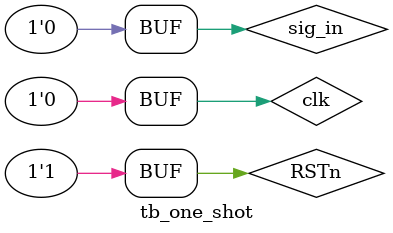
<source format=sv>
`timescale 1 ns/10 ps  // time-unit = 1 ns, precision = 10 ps

module tb_one_shot;

logic RSTn, clk;
logic sig_in, sig_out;

one_shot DUT (.clk(clk), .RSTn(RSTn), .sig_in(sig_in), .sig_out(sig_out));

initial
begin
  RSTn = 1'b0;
  sig_in = 1'b1;
  clk = 1'b0;
  #40us;
  RSTn = 1'b1;
  sig_in = 1'b1;
  #60us;
  RSTn = 1'b1;
  sig_in = 1'b0;
  #160us;
  RSTn = 1'b1;
  sig_in = 1'b1;
  #180us;
  RSTn = 1'b1;
  sig_in = 1'b0;
  #10us;
  RSTn = 1'b1;
  sig_in = 1'b1;
  #10us;
  RSTn = 1'b1;
  sig_in = 1'b0;
  #50us;
  RSTn = 1'b1;
  sig_in = 1'b1;
  #5us;
  RSTn = 1'b1;
  sig_in = 1'b0;
end

// Clock generator
always
begin
  #5us clk = 1;
  #5us clk = 0;
end


endmodule

</source>
